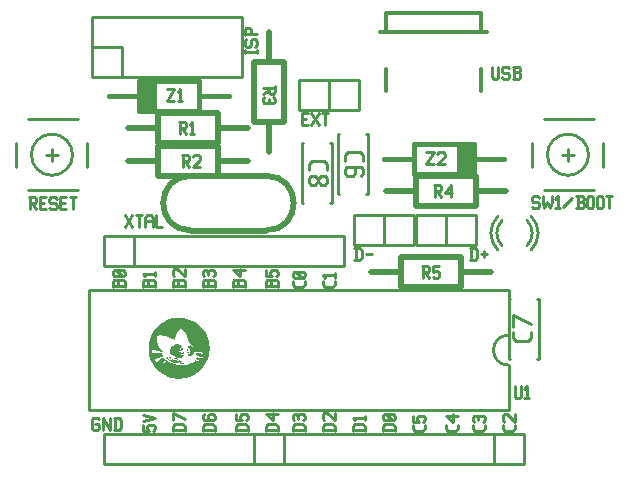
<source format=gbr>
G04 start of page 8 for group -4079 idx -4079 *
G04 Title: (unknown), topsilk *
G04 Creator: pcb 20110918 *
G04 CreationDate: mer. 09 avril 2014 15:18:50 GMT UTC *
G04 For: virtualabs *
G04 Format: Gerber/RS-274X *
G04 PCB-Dimensions: 600000 500000 *
G04 PCB-Coordinate-Origin: lower left *
%MOIN*%
%FSLAX25Y25*%
%LNTOPSILK*%
%ADD94C,0.0500*%
%ADD93C,0.0150*%
%ADD92C,0.0118*%
%ADD91C,0.0200*%
%ADD90C,0.0100*%
%ADD89C,0.0001*%
G54D89*G36*
X195067Y341582D02*X195351Y341458D01*
X195614Y341234D01*
X195842Y340924D01*
X196022Y340540D01*
X196095Y340212D01*
X196119Y339815D01*
X196092Y339394D01*
X196016Y338989D01*
X195898Y338659D01*
X195735Y338407D01*
X195517Y338220D01*
X195230Y338082D01*
X194945Y338015D01*
X194677Y338021D01*
X194429Y338102D01*
X194205Y338256D01*
X194051Y338413D01*
X193990Y338527D01*
X194021Y338606D01*
X194145Y338652D01*
X194364Y338730D01*
X194531Y338868D01*
X194658Y339081D01*
X194758Y339385D01*
X194826Y339824D01*
X194793Y340208D01*
X194667Y340516D01*
X194455Y340729D01*
X194450Y340740D01*
X194384Y340779D01*
X194280Y340817D01*
X194123Y340831D01*
X194032Y340795D01*
X193955Y340789D01*
X193946Y340870D01*
X193994Y340980D01*
X194086Y341106D01*
X194211Y341238D01*
X194357Y341365D01*
X194512Y341474D01*
X194664Y341556D01*
X194802Y341597D01*
X195067Y341582D01*
G37*
G36*
X194210Y340578D02*X194254Y340502D01*
X194210Y340453D01*
X194167Y340481D01*
X194157Y340529D01*
X194210Y340578D01*
G37*
G36*
X193992Y340367D02*X194123Y340257D01*
X194112Y339992D01*
X194039Y339814D01*
X193917Y339786D01*
X193809Y339838D01*
X193711Y339947D01*
X193646Y340079D01*
X193635Y340199D01*
X193705Y340278D01*
X193835Y340345D01*
X193992Y340367D01*
G37*
G36*
X194487Y340057D02*X194525Y339994D01*
X194552Y339775D01*
X194554Y339502D01*
X194455Y339265D01*
X194333Y339086D01*
X194216Y338972D01*
X194134Y338927D01*
X194082Y338920D01*
X194028Y338965D01*
X193944Y339075D01*
X193861Y339227D01*
X193847Y339368D01*
X193875Y339488D01*
X194009Y339346D01*
X194134Y339200D01*
X194254Y339277D01*
X194314Y339324D01*
X194354Y339397D01*
X194381Y339519D01*
X194405Y339710D01*
X194444Y339961D01*
X194487Y340057D01*
G37*
G36*
X193830Y350534D02*X194823Y350213D01*
X195760Y349801D01*
X196637Y349306D01*
X197453Y348732D01*
X198201Y348087D01*
X198880Y347376D01*
X199486Y346606D01*
X200014Y345783D01*
X200461Y344914D01*
X200824Y344004D01*
X201099Y343061D01*
X201283Y342089D01*
X201371Y341096D01*
X201361Y340088D01*
X201248Y339070D01*
X201030Y338050D01*
X200710Y337058D01*
X200300Y336120D01*
X199805Y335243D01*
X199232Y334427D01*
X198587Y333679D01*
X197878Y333000D01*
X197109Y332395D01*
X196286Y331866D01*
X195417Y331419D01*
X194508Y331056D01*
X193565Y330781D01*
X192594Y330597D01*
X191601Y330509D01*
X190593Y330519D01*
X189576Y330632D01*
X188557Y330850D01*
X187564Y331170D01*
X186628Y331581D01*
X185750Y332075D01*
X184934Y332649D01*
X184185Y333293D01*
X183505Y334003D01*
X182899Y334772D01*
X182370Y335594D01*
X181921Y336463D01*
X181557Y337372D01*
X181280Y338315D01*
X181096Y339286D01*
X182155Y339277D01*
X182184Y339127D01*
X182242Y339027D01*
X182258Y339004D01*
X182269Y338984D01*
X182525D01*
X182713Y339019D01*
X182921Y339047D01*
X183185Y339071D01*
X183539Y339097D01*
X183951Y339124D01*
X184216Y339146D01*
X184260Y339152D01*
X184787D01*
X185242Y339107D01*
X185452Y339061D01*
X185580Y338988D01*
X185635Y338884D01*
X185622Y338739D01*
X185628Y338546D01*
X185692Y338284D01*
X185759Y338024D01*
X185735Y337865D01*
X185719Y337860D01*
X185519Y337757D01*
X185508Y337763D01*
X185001Y337603D01*
X184284Y337359D01*
X183574Y337106D01*
X183089Y336915D01*
X182937Y336850D01*
X183040Y336731D01*
X183372Y336350D01*
X183632Y336102D01*
X183647Y336086D01*
X183691Y336042D01*
X183712Y336053D01*
X183745Y336042D01*
X183857Y336107D01*
X184005Y336249D01*
X184317Y336518D01*
X184837Y336918D01*
X185366Y337301D01*
X185709Y337518D01*
X185843Y337565D01*
X185956Y337555D01*
X186066Y337482D01*
X186191Y337339D01*
X186346Y337159D01*
X186484Y337003D01*
X186566Y336906D01*
X186572Y336889D01*
X186592Y336753D01*
X186587Y336736D01*
X186515Y336643D01*
X186382Y336531D01*
X186242Y336408D01*
X186180Y336335D01*
X186100Y336255D01*
X185920Y336096D01*
X185715Y335902D01*
X185655Y335853D01*
X185670Y335836D01*
X185659Y335825D01*
X185715Y335745D01*
X185872Y335635D01*
X186025Y335561D01*
X186133Y335550D01*
X186207Y335605D01*
X186257Y335728D01*
X186348Y335915D01*
X186519Y336198D01*
X186700Y336464D01*
X186816Y336602D01*
X186898Y336608D01*
X187005Y336553D01*
X187221Y336390D01*
X187467Y336243D01*
X187789Y336091D01*
X188232Y335913D01*
X188510Y335800D01*
X188750Y335700D01*
X188932Y335623D01*
X189040Y335581D01*
X189266Y335502D01*
X189544Y335408D01*
X189891Y335299D01*
X190326Y335174D01*
X190808Y335082D01*
X191752Y335006D01*
X193223Y335118D01*
X194812Y335527D01*
X194900Y335554D01*
X194980Y335586D01*
X195537Y335827D01*
X196013Y336109D01*
X196384Y336417D01*
X196630Y336736D01*
X196719Y336845D01*
X196816Y336847D01*
X196932Y336737D01*
X197080Y336509D01*
X197220Y336284D01*
X197325Y336161D01*
X197341Y336146D01*
X197373Y336156D01*
X197471Y336195D01*
X197580Y336267D01*
X197673Y336354D01*
X197726Y336439D01*
X197693Y336604D01*
X197450Y336813D01*
X197134Y337051D01*
X196994Y337203D01*
X196989Y337220D01*
X196991Y337322D01*
X197026Y337470D01*
X197075Y337649D01*
X197216Y337718D01*
X197515Y337638D01*
X197785Y337540D01*
X197948Y337470D01*
X198108Y337379D01*
X198246Y337293D01*
X198345Y337222D01*
X198392Y337177D01*
X198551Y337100D01*
X198562Y337095D01*
X198572Y337106D01*
X198708Y337154D01*
X198876Y337274D01*
X199050Y337437D01*
X199109Y337535D01*
X199020Y337570D01*
X198805Y337638D01*
X198784Y337649D01*
X198469Y337740D01*
X198139Y337828D01*
X197766Y337932D01*
X197454Y338025D01*
X197234Y338099D01*
X197140Y338142D01*
X197056Y338310D01*
X196955Y338584D01*
X196872Y338855D01*
X196847Y339010D01*
X197014Y339061D01*
X197407D01*
X197917Y339016D01*
X198442Y338929D01*
X198719Y338874D01*
X198919Y338843D01*
X199001Y338836D01*
X198995Y338870D01*
X199012D01*
X199004Y338986D01*
X198964Y339167D01*
X198904Y339390D01*
X198610Y339465D01*
X198326Y339502D01*
X197927Y339500D01*
X197464Y339463D01*
X196989Y339395D01*
X196950D01*
X196890Y339385D01*
X196858Y339374D01*
X196567Y339340D01*
X196393Y339399D01*
X196298Y339580D01*
X196240Y339915D01*
X196158Y340362D01*
X196039Y340784D01*
X195889Y341162D01*
X195714Y341474D01*
X195604Y341613D01*
X195443Y341789D01*
X195252Y341978D01*
X195051Y342157D01*
X194579Y342559D01*
X194541Y342803D01*
X194321Y343770D01*
X193905Y344767D01*
X193333Y345716D01*
X192642Y346540D01*
X192373Y346807D01*
X192180Y346987D01*
X192048Y347096D01*
X191959Y347147D01*
X191872Y347143D01*
X191617Y346976D01*
X191298Y346670D01*
X190957Y346269D01*
X190635Y345818D01*
X190321Y345235D01*
X190053Y344579D01*
X189878Y343978D01*
X189842Y343561D01*
X189817Y343477D01*
X189642Y343507D01*
X189560Y343524D01*
X189544Y343529D01*
X189355Y343627D01*
X189322Y343654D01*
X188982Y343857D01*
X188367Y344127D01*
X187620Y344406D01*
X186885Y344636D01*
X185948Y344852D01*
X185080Y344968D01*
X184404Y344976D01*
X184042Y344864D01*
X183967Y344717D01*
X183951Y344663D01*
X183945Y344647D01*
X183914Y344522D01*
X183908Y344495D01*
X183885Y344409D01*
X183832Y343932D01*
X183837Y343427D01*
X183900Y342805D01*
X184019Y342289D01*
X184219Y341788D01*
X184526Y341213D01*
X184866Y340666D01*
X185173Y340234D01*
X185441Y339924D01*
X185665Y339742D01*
X185771Y339644D01*
X185752Y339477D01*
X185719Y339352D01*
X185595Y339303D01*
X184640Y339568D01*
X184352Y339656D01*
X184287Y339672D01*
X183576Y339861D01*
X183598Y339872D01*
X183447Y339900D01*
X183408D01*
X183105Y339973D01*
X182870Y340021D01*
X182692Y340047D01*
X182557Y340052D01*
X182252Y340040D01*
X182183Y339786D01*
X182146Y339533D01*
X182155Y339277D01*
X181096Y339286D01*
X181007Y340279D01*
X181016Y341287D01*
X181128Y342304D01*
X181347Y343324D01*
X181667Y344317D01*
X182079Y345254D01*
X182575Y346133D01*
X183149Y346949D01*
X183795Y347698D01*
X184506Y348377D01*
X185276Y348984D01*
X186099Y349513D01*
X186969Y349961D01*
X187878Y350325D01*
X188822Y350601D01*
X189794Y350785D01*
X190786Y350874D01*
X191794Y350865D01*
X192811Y350752D01*
X193830Y350534D01*
G37*
G36*
X190798Y342038D02*X191450Y341763D01*
X192079Y341256D01*
X192110Y341229D01*
X192214Y341067D01*
X192134Y341008D01*
X191975Y340909D01*
X191773Y340761D01*
X191610Y340566D01*
X191477Y340308D01*
X191367Y339971D01*
X191313Y339443D01*
X191420Y338970D01*
X191667Y338602D01*
X192034Y338392D01*
X192094Y338375D01*
X192142Y338381D01*
X192448Y338474D01*
X192691Y338700D01*
X192736Y338812D01*
X192711Y338866D01*
X192636Y338855D01*
X192529Y338771D01*
X192257Y338626D01*
X191937Y338696D01*
X191825Y338813D01*
X191722Y339008D01*
X191656Y339219D01*
X191650Y339385D01*
X191719Y339438D01*
X191840Y339405D01*
X191961Y339308D01*
X192034Y339172D01*
X192131Y339002D01*
X192271Y338985D01*
X192417Y339109D01*
X192529Y339363D01*
X192586Y339521D01*
X192648Y339488D01*
X192711Y339430D01*
X192762Y339465D01*
X192820Y339447D01*
X192847Y339251D01*
X192839Y338972D01*
X192794Y338706D01*
X192678Y338408D01*
X192501Y338100D01*
X192288Y337823D01*
X192062Y337615D01*
X191803Y337488D01*
X191487Y337388D01*
X191027Y337346D01*
X190566Y337436D01*
X190039Y337678D01*
X189382Y338093D01*
X189177Y338224D01*
X188971Y338347D01*
X188786Y338448D01*
X188650Y338511D01*
X188400Y338620D01*
X188297Y339124D01*
X188221Y339591D01*
X188201Y339935D01*
X188236Y340235D01*
X188329Y340567D01*
X188412Y340798D01*
X188500Y340979D01*
X188603Y341134D01*
X188735Y341289D01*
X189016Y341540D01*
X189339Y341755D01*
X189685Y341925D01*
X190033Y342038D01*
X190411Y342084D01*
X190798Y342038D01*
G37*
G36*
X192267Y340843D02*X192396Y340754D01*
X192464Y340502D01*
X192476Y340260D01*
X192428Y340063D01*
X192313Y339898D01*
X192127Y339753D01*
X191965Y339665D01*
X191852Y339649D01*
X191763Y339706D01*
X191672Y339840D01*
X191617Y340000D01*
X191616Y340177D01*
X191659Y340358D01*
X191739Y340529D01*
X191848Y340677D01*
X191978Y340788D01*
X192121Y340848D01*
X192267Y340843D01*
G37*
G36*
X192262Y336118D02*X192387Y336027D01*
X192458Y335950D01*
X192355Y335913D01*
X192204Y335900D01*
X192197Y336021D01*
X192262Y336118D01*
G37*
G36*
X189501Y337459D02*X189885Y337356D01*
X190325Y337228D01*
X190642Y337118D01*
X190904Y336999D01*
X191183Y336840D01*
X191389Y336713D01*
X191589Y336586D01*
X191759Y336474D01*
X191877Y336389D01*
X192062Y336249D01*
X192073Y336221D01*
X191991Y335993D01*
X191905Y335745D01*
X192029Y335700D01*
X192079Y335679D01*
X192218Y335654D01*
X192322Y335689D01*
X192439Y335747D01*
X192589Y335804D01*
X192768Y335831D01*
X192973Y335739D01*
X193056Y335691D01*
X193111Y335656D01*
X193130Y335631D01*
X193105Y335611D01*
X193027Y335594D01*
X192887Y335576D01*
X192676Y335555D01*
X192387Y335527D01*
X191861Y335499D01*
X191541Y335533D01*
X191395Y335638D01*
X191394Y335825D01*
X191374Y335999D01*
X191279Y336246D01*
X191141Y336497D01*
X190992Y336682D01*
X190858Y336796D01*
X190835Y336818D01*
X190792Y336829D01*
X190386Y337006D01*
X189951Y337057D01*
X189609Y337035D01*
X189382Y337220D01*
X189193Y337355D01*
X189062Y337425D01*
X189017Y337513D01*
X189152Y337531D01*
X189501Y337459D01*
G37*
G36*
X188357Y337729D02*X188505Y337671D01*
X188579Y337588D01*
X188583Y337473D01*
X188525Y337317D01*
X188428Y337178D01*
X188323Y337128D01*
X188197Y337225D01*
X188038Y337436D01*
X187914Y337654D01*
X187895Y337772D01*
X188019Y337780D01*
X188237Y337746D01*
X188357Y337729D01*
G37*
G36*
X187466Y337664D02*X187556Y337614D01*
X187578Y337527D01*
X187523Y337410D01*
X187385Y337274D01*
X187237Y337170D01*
X187131Y337136D01*
X187050Y337172D01*
X186979Y337279D01*
X186930Y337399D01*
X186935Y337487D01*
X187003Y337558D01*
X187141Y337621D01*
X187326Y337667D01*
X187466Y337664D01*
G37*
G36*
X190342Y336764D02*X190624Y336651D01*
X190848Y336484D01*
X191008Y336267D01*
X191101Y336004D01*
X191130Y335791D01*
X191092Y335667D01*
X190966Y335609D01*
X190733Y335597D01*
X190220Y335672D01*
X189562Y335862D01*
X188828Y336144D01*
X188090Y336493D01*
X187721Y336700D01*
X187546Y336843D01*
X187544Y336951D01*
X187694Y337052D01*
X187939Y337063D01*
X188160Y336867D01*
X188266Y336774D01*
X188395Y336755D01*
X188534Y336806D01*
X188806Y337048D01*
X188904Y337084D01*
X189058Y337012D01*
X189267Y336883D01*
X189478Y336730D01*
X189642Y336585D01*
X189795Y336452D01*
X189919Y336379D01*
X190033Y336346D01*
X189951Y336531D01*
X189910Y336695D01*
X189959Y336788D01*
X190102Y336811D01*
X190342Y336764D01*
G37*
G54D90*X253500Y372000D02*X255500D01*
X179000Y315200D02*Y313200D01*
X181000D01*
X180500Y313700D01*
Y314700D02*Y313700D01*
Y314700D02*X181000Y315200D01*
X182500D01*
X183000Y314700D02*X182500Y315200D01*
X183000Y314700D02*Y313700D01*
X182500Y313200D02*X183000Y313700D01*
X179000Y316400D02*X183000Y317400D01*
X179000Y318400D01*
X164000Y317400D02*X164500Y316900D01*
X162500Y317400D02*X164000D01*
X162000Y316900D02*X162500Y317400D01*
X162000Y316900D02*Y313900D01*
X162500Y313400D01*
X164000D01*
X164500Y313900D01*
Y314900D02*Y313900D01*
X164000Y315400D02*X164500Y314900D01*
X163000Y315400D02*X164000D01*
X165700Y317400D02*Y313400D01*
Y317400D02*X168200Y313400D01*
Y317400D02*Y313400D01*
X169900Y317400D02*Y313400D01*
X171200Y317400D02*X171900Y316700D01*
Y314100D01*
X171200Y313400D02*X171900Y314100D01*
X169400Y313400D02*X171200D01*
X169400Y317400D02*X171200D01*
X232000Y409000D02*X232500D01*
X232000D02*Y389000D01*
X232500D01*
X241500D02*X242000D01*
Y409000D02*Y389000D01*
X241500Y409000D02*X242000D01*
X253500Y392000D02*X254000D01*
Y412000D02*Y392000D01*
X253500Y412000D02*X254000D01*
X244000D02*X244500D01*
X244000D02*Y392000D01*
X244500D01*
X301000Y357000D02*X301500D01*
X301000D02*Y337000D01*
X301500D01*
X310500D02*X311000D01*
Y357000D02*Y337000D01*
X310500Y357000D02*X311000D01*
G54D91*X265000Y361000D02*X285000D01*
X265000Y371000D02*Y361000D01*
Y371000D02*X285000D01*
Y361000D01*
Y366000D02*X295000D01*
X255000D02*X265000D01*
G54D90*X318827Y405142D02*X322764D01*
X320795Y407110D02*Y403173D01*
X308984Y409079D02*Y401205D01*
X312921Y393331D02*X329654D01*
X312921Y416953D02*X329654D01*
X332606Y409079D02*Y401205D01*
X313906Y405142D02*G75*G03X320796Y398252I6890J0D01*G01*
X320795Y412031D02*G75*G03X313906Y405142I0J-6889D01*G01*
X327685D02*G75*G03X320796Y412031I-6889J0D01*G01*
X320795Y398252D02*G75*G03X327685Y405142I0J6890D01*G01*
G54D91*X270000Y398000D02*X290000D01*
Y388000D01*
X270000D01*
Y398000D01*
X260000Y393000D02*X270000D01*
X290000D02*X300000D01*
G54D90*X298828Y383172D02*G75*G03X298828Y374828I4172J-4172D01*G01*
X307172Y374828D02*G75*G03X307172Y383172I-4172J4172D01*G01*
X297414Y384586D02*G75*G03X297414Y373414I5586J-5586D01*G01*
X308586Y373414D02*G75*G03X308586Y384586I-5586J5586D01*G01*
X270000Y375000D02*X290000D01*
Y385000D02*Y375000D01*
X270000Y385000D02*X290000D01*
X270000D02*Y375000D01*
X280000Y385000D02*Y375000D01*
X270000Y385000D02*X280000D01*
G54D92*X260055Y452252D02*X291945D01*
X260055D02*Y446346D01*
Y433551D02*Y426268D01*
X291945Y452252D02*Y446346D01*
Y433551D02*Y426268D01*
X258283Y446150D02*X293717D01*
G54D90*X249500Y375000D02*X269500D01*
Y385000D02*Y375000D01*
X249500Y385000D02*X269500D01*
X249500D02*Y375000D01*
X259500Y385000D02*Y375000D01*
X249500Y385000D02*X259500D01*
G54D93*X269515Y408750D02*Y398750D01*
X289515D01*
Y408750D01*
X269515D02*X289515D01*
G54D94*X287015Y406250D02*Y401250D01*
G54D93*X284515Y408750D02*Y398750D01*
X259515Y403750D02*X269515D01*
X289515D02*X299515D01*
G54D90*X161000Y360000D02*X301000D01*
X161000D02*Y320000D01*
X301000D01*
Y360000D02*Y345000D01*
Y335000D02*Y320000D01*
Y345000D02*G75*G03X301000Y335000I0J-5000D01*G01*
X226000Y312000D02*X306000D01*
X226000D02*Y302000D01*
X306000D01*
Y312000D02*Y302000D01*
X296000Y312000D02*Y302000D01*
X306000D01*
X166000Y312000D02*X226000D01*
X166000D02*Y302000D01*
X226000D01*
Y312000D02*Y302000D01*
X216000Y312000D02*Y302000D01*
X226000D01*
X166000Y368000D02*X246000D01*
Y378000D02*Y368000D01*
X166000Y378000D02*X246000D01*
X166000D02*Y368000D01*
X176000Y378000D02*Y368000D01*
X166000Y378000D02*X176000D01*
X146827Y405142D02*X150764D01*
X148795Y407110D02*Y403173D01*
X136984Y409079D02*Y401205D01*
X140921Y393331D02*X157654D01*
X140921Y416953D02*X157654D01*
X160606Y409079D02*Y401205D01*
X141906Y405142D02*G75*G03X148796Y398252I6890J0D01*G01*
X148795Y412031D02*G75*G03X141906Y405142I0J-6889D01*G01*
X155685D02*G75*G03X148796Y412031I-6889J0D01*G01*
X148795Y398252D02*G75*G03X155685Y405142I0J6890D01*G01*
X162000Y431000D02*X212000D01*
Y451000D02*Y431000D01*
X162000Y451000D02*X212000D01*
X162000D02*Y431000D01*
X172000Y441000D02*Y431000D01*
X162000Y441000D02*X172000D01*
X231000Y420000D02*X251000D01*
Y430000D02*Y420000D01*
X231000Y430000D02*X251000D01*
X231000D02*Y420000D01*
X241000Y430000D02*Y420000D01*
X231000Y430000D02*X241000D01*
G54D91*X195000Y398100D02*X220300D01*
X195000Y379800D02*X220300D01*
Y379900D02*G75*G03X220300Y398100I0J9100D01*G01*
X195000D02*G75*G03X195000Y379900I0J-9100D01*G01*
X226000Y436000D02*Y416000D01*
X216000D02*X226000D01*
X216000Y436000D02*Y416000D01*
Y436000D02*X226000D01*
X221000Y446000D02*Y436000D01*
Y416000D02*Y406000D01*
X184000Y419000D02*X204000D01*
Y409000D01*
X184000D02*X204000D01*
X184000Y419000D02*Y409000D01*
X174000Y414000D02*X184000D01*
X204000D02*X214000D01*
X184000Y408000D02*X204000D01*
Y398000D01*
X184000D02*X204000D01*
X184000Y408000D02*Y398000D01*
X174000Y403000D02*X184000D01*
X204000D02*X214000D01*
G54D93*X197985Y429750D02*Y419750D01*
X177985Y429750D02*X197985D01*
X177985D02*Y419750D01*
X197985D01*
G54D94*X180485Y427250D02*Y422250D01*
G54D93*X182985Y429750D02*Y419750D01*
X197985Y424750D02*X207985D01*
X167985D02*X177985D01*
G54D90*X189000Y313500D02*X193000D01*
X189000Y314800D02*X189700Y315500D01*
X192300D01*
X193000Y314800D02*X192300Y315500D01*
X193000Y314800D02*Y313000D01*
X189000Y314800D02*Y313000D01*
X193000Y317200D02*X189000Y319200D01*
Y316700D01*
X199000Y313500D02*X203000D01*
X199000Y314800D02*X199700Y315500D01*
X202300D01*
X203000Y314800D02*X202300Y315500D01*
X203000Y314800D02*Y313000D01*
X199000Y314800D02*Y313000D01*
Y318200D02*X199500Y318700D01*
X199000Y318200D02*Y317200D01*
X199500Y316700D02*X199000Y317200D01*
X199500Y316700D02*X202500D01*
X203000Y317200D01*
X200800Y318200D02*X201300Y318700D01*
X200800Y318200D02*Y316700D01*
X203000Y318200D02*Y317200D01*
Y318200D02*X202500Y318700D01*
X201300D02*X202500D01*
X210000Y313500D02*X214000D01*
X210000Y314800D02*X210700Y315500D01*
X213300D01*
X214000Y314800D02*X213300Y315500D01*
X214000Y314800D02*Y313000D01*
X210000Y314800D02*Y313000D01*
Y318700D02*Y316700D01*
X212000D01*
X211500Y317200D01*
Y318200D02*Y317200D01*
Y318200D02*X212000Y318700D01*
X213500D01*
X214000Y318200D02*X213500Y318700D01*
X214000Y318200D02*Y317200D01*
X213500Y316700D02*X214000Y317200D01*
X220000Y313500D02*X224000D01*
X220000Y314800D02*X220700Y315500D01*
X223300D01*
X224000Y314800D02*X223300Y315500D01*
X224000Y314800D02*Y313000D01*
X220000Y314800D02*Y313000D01*
X222500Y316700D02*X220000Y318700D01*
X222500Y319200D02*Y316700D01*
X220000Y318700D02*X224000D01*
X229000Y313500D02*X233000D01*
X229000Y314800D02*X229700Y315500D01*
X232300D01*
X233000Y314800D02*X232300Y315500D01*
X233000Y314800D02*Y313000D01*
X229000Y314800D02*Y313000D01*
X229500Y316700D02*X229000Y317200D01*
Y318200D02*Y317200D01*
Y318200D02*X229500Y318700D01*
X233000Y318200D02*X232500Y318700D01*
X233000Y318200D02*Y317200D01*
X232500Y316700D02*X233000Y317200D01*
X230800Y318200D02*Y317200D01*
X229500Y318700D02*X230300D01*
X231300D02*X232500D01*
X231300D02*X230800Y318200D01*
X230300Y318700D02*X230800Y318200D01*
X239000Y313500D02*X243000D01*
X239000Y314800D02*X239700Y315500D01*
X242300D01*
X243000Y314800D02*X242300Y315500D01*
X243000Y314800D02*Y313000D01*
X239000Y314800D02*Y313000D01*
X239500Y316700D02*X239000Y317200D01*
Y318700D02*Y317200D01*
Y318700D02*X239500Y319200D01*
X240500D01*
X243000Y316700D02*X240500Y319200D01*
X243000D02*Y316700D01*
X234500Y401950D02*Y400000D01*
X235550Y403000D02*X234500Y401950D01*
X235550Y403000D02*X239450D01*
X240500Y401950D01*
Y400000D01*
X235250Y398200D02*X234500Y397450D01*
X235250Y398200D02*X236450D01*
X237500Y397150D01*
Y396250D01*
X236450Y395200D01*
X235250D02*X236450D01*
X234500Y395950D02*X235250Y395200D01*
X234500Y397450D02*Y395950D01*
X238550Y398200D02*X237500Y397150D01*
X238550Y398200D02*X239750D01*
X240500Y397450D01*
Y395950D01*
X239750Y395200D01*
X238550D02*X239750D01*
X237500Y396250D02*X238550Y395200D01*
X246500Y404950D02*Y403000D01*
X247550Y406000D02*X246500Y404950D01*
X247550Y406000D02*X251450D01*
X252500Y404950D01*
Y403000D01*
Y398950D02*X251750Y398200D01*
X252500Y400450D02*Y398950D01*
X251750Y401200D02*X252500Y400450D01*
X247250Y401200D02*X251750D01*
X247250D02*X246500Y400450D01*
X249800Y398950D02*X249050Y398200D01*
X249800Y401200D02*Y398950D01*
X246500Y400450D02*Y398950D01*
X247250Y398200D01*
X249050D01*
X276000Y395000D02*X278000D01*
X278500Y394500D01*
Y393500D01*
X278000Y393000D02*X278500Y393500D01*
X276500Y393000D02*X278000D01*
X276500Y395000D02*Y391000D01*
X277300Y393000D02*X278500Y391000D01*
X279700Y392500D02*X281700Y395000D01*
X279700Y392500D02*X282200D01*
X281700Y395000D02*Y391000D01*
X310700Y391300D02*X311200Y390800D01*
X309200Y391300D02*X310700D01*
X308700Y390800D02*X309200Y391300D01*
X308700Y390800D02*Y389800D01*
X309200Y389300D01*
X310700D01*
X311200Y388800D01*
Y387800D01*
X310700Y387300D02*X311200Y387800D01*
X309200Y387300D02*X310700D01*
X308700Y387800D02*X309200Y387300D01*
X312400Y391300D02*Y389300D01*
X312900Y387300D01*
X313900Y389300D01*
X314900Y387300D01*
X315400Y389300D01*
Y391300D02*Y389300D01*
X316600Y390500D02*X317400Y391300D01*
Y387300D01*
X316600D02*X318100D01*
X319300Y387800D02*X322300Y390800D01*
X323500Y387300D02*X325500D01*
X326000Y387800D01*
Y389000D02*Y387800D01*
X325500Y389500D02*X326000Y389000D01*
X324000Y389500D02*X325500D01*
X324000Y391300D02*Y387300D01*
X323500Y391300D02*X325500D01*
X326000Y390800D01*
Y390000D01*
X325500Y389500D02*X326000Y390000D01*
X327200Y390800D02*Y387800D01*
Y390800D02*X327700Y391300D01*
X328700D01*
X329200Y390800D01*
Y387800D01*
X328700Y387300D02*X329200Y387800D01*
X327700Y387300D02*X328700D01*
X327200Y387800D02*X327700Y387300D01*
X330400Y390800D02*Y387800D01*
Y390800D02*X330900Y391300D01*
X331900D01*
X332400Y390800D01*
Y387800D01*
X331900Y387300D02*X332400Y387800D01*
X330900Y387300D02*X331900D01*
X330400Y387800D02*X330900Y387300D01*
X333600Y391300D02*X335600D01*
X334600D02*Y387300D01*
X288500Y374000D02*Y370000D01*
X289800Y374000D02*X290500Y373300D01*
Y370700D01*
X289800Y370000D02*X290500Y370700D01*
X288000Y370000D02*X289800D01*
X288000Y374000D02*X289800D01*
X291700Y372000D02*X293700D01*
X292700Y373000D02*Y371000D01*
X295500Y434500D02*Y431000D01*
X296000Y430500D01*
X297000D01*
X297500Y431000D01*
Y434500D02*Y431000D01*
X300700Y434500D02*X301200Y434000D01*
X299200Y434500D02*X300700D01*
X298700Y434000D02*X299200Y434500D01*
X298700Y434000D02*Y433000D01*
X299200Y432500D01*
X300700D01*
X301200Y432000D01*
Y431000D01*
X300700Y430500D02*X301200Y431000D01*
X299200Y430500D02*X300700D01*
X298700Y431000D02*X299200Y430500D01*
X302400D02*X304400D01*
X304900Y431000D01*
Y432200D02*Y431000D01*
X304400Y432700D02*X304900Y432200D01*
X302900Y432700D02*X304400D01*
X302900Y434500D02*Y430500D01*
X302400Y434500D02*X304400D01*
X304900Y434000D01*
Y433200D01*
X304400Y432700D02*X304900Y433200D01*
X250000Y374000D02*Y370000D01*
X251300Y374000D02*X252000Y373300D01*
Y370700D01*
X251300Y370000D02*X252000Y370700D01*
X249500Y370000D02*X251300D01*
X249500Y374000D02*X251300D01*
X273500Y406000D02*X276000D01*
X273500Y402000D02*X276000Y406000D01*
X273500Y402000D02*X276000D01*
X277200Y405500D02*X277700Y406000D01*
X279200D01*
X279700Y405500D01*
Y404500D01*
X277200Y402000D02*X279700Y404500D01*
X277200Y402000D02*X279700D01*
X224000Y363000D02*Y361000D01*
Y363000D02*X223500Y363500D01*
X222300D02*X223500D01*
X221800Y363000D02*X222300Y363500D01*
X221800Y363000D02*Y361500D01*
X220000D02*X224000D01*
X220000Y363000D02*Y361000D01*
Y363000D02*X220500Y363500D01*
X221300D01*
X221800Y363000D02*X221300Y363500D01*
X220000Y366700D02*Y364700D01*
X222000D01*
X221500Y365200D01*
Y366200D02*Y365200D01*
Y366200D02*X222000Y366700D01*
X223500D01*
X224000Y366200D02*X223500Y366700D01*
X224000Y366200D02*Y365200D01*
X223500Y364700D02*X224000Y365200D01*
X213000Y363000D02*Y361000D01*
Y363000D02*X212500Y363500D01*
X211300D02*X212500D01*
X210800Y363000D02*X211300Y363500D01*
X210800Y363000D02*Y361500D01*
X209000D02*X213000D01*
X209000Y363000D02*Y361000D01*
Y363000D02*X209500Y363500D01*
X210300D01*
X210800Y363000D02*X210300Y363500D01*
X211500Y364700D02*X209000Y366700D01*
X211500Y367200D02*Y364700D01*
X209000Y366700D02*X213000D01*
X203000Y363000D02*Y361000D01*
Y363000D02*X202500Y363500D01*
X201300D02*X202500D01*
X200800Y363000D02*X201300Y363500D01*
X200800Y363000D02*Y361500D01*
X199000D02*X203000D01*
X199000Y363000D02*Y361000D01*
Y363000D02*X199500Y363500D01*
X200300D01*
X200800Y363000D02*X200300Y363500D01*
X199500Y364700D02*X199000Y365200D01*
Y366200D02*Y365200D01*
Y366200D02*X199500Y366700D01*
X203000Y366200D02*X202500Y366700D01*
X203000Y366200D02*Y365200D01*
X202500Y364700D02*X203000Y365200D01*
X200800Y366200D02*Y365200D01*
X199500Y366700D02*X200300D01*
X201300D02*X202500D01*
X201300D02*X200800Y366200D01*
X200300Y366700D02*X200800Y366200D01*
X233000Y363000D02*Y361700D01*
X232300Y361000D02*X233000Y361700D01*
X229700Y361000D02*X232300D01*
X229700D02*X229000Y361700D01*
Y363000D02*Y361700D01*
X232500Y364200D02*X233000Y364700D01*
X229500Y364200D02*X232500D01*
X229500D02*X229000Y364700D01*
Y365700D02*Y364700D01*
Y365700D02*X229500Y366200D01*
X232500D01*
X233000Y365700D02*X232500Y366200D01*
X233000Y365700D02*Y364700D01*
X232000Y364200D02*X230000Y366200D01*
X243000Y363000D02*Y361700D01*
X242300Y361000D02*X243000Y361700D01*
X239700Y361000D02*X242300D01*
X239700D02*X239000Y361700D01*
Y363000D02*Y361700D01*
X239800Y364200D02*X239000Y365000D01*
X243000D01*
Y365700D02*Y364200D01*
X193000Y363000D02*Y361000D01*
Y363000D02*X192500Y363500D01*
X191300D02*X192500D01*
X190800Y363000D02*X191300Y363500D01*
X190800Y363000D02*Y361500D01*
X189000D02*X193000D01*
X189000Y363000D02*Y361000D01*
Y363000D02*X189500Y363500D01*
X190300D01*
X190800Y363000D02*X190300Y363500D01*
X189500Y364700D02*X189000Y365200D01*
Y366700D02*Y365200D01*
Y366700D02*X189500Y367200D01*
X190500D01*
X193000Y364700D02*X190500Y367200D01*
X193000D02*Y364700D01*
X183000Y363000D02*Y361000D01*
Y363000D02*X182500Y363500D01*
X181300D02*X182500D01*
X180800Y363000D02*X181300Y363500D01*
X180800Y363000D02*Y361500D01*
X179000D02*X183000D01*
X179000Y363000D02*Y361000D01*
Y363000D02*X179500Y363500D01*
X180300D01*
X180800Y363000D02*X180300Y363500D01*
X179800Y364700D02*X179000Y365500D01*
X183000D01*
Y366200D02*Y364700D01*
X173000Y363000D02*Y361000D01*
Y363000D02*X172500Y363500D01*
X171300D02*X172500D01*
X170800Y363000D02*X171300Y363500D01*
X170800Y363000D02*Y361500D01*
X169000D02*X173000D01*
X169000Y363000D02*Y361000D01*
Y363000D02*X169500Y363500D01*
X170300D01*
X170800Y363000D02*X170300Y363500D01*
X172500Y364700D02*X173000Y365200D01*
X169500Y364700D02*X172500D01*
X169500D02*X169000Y365200D01*
Y366200D02*Y365200D01*
Y366200D02*X169500Y366700D01*
X172500D01*
X173000Y366200D02*X172500Y366700D01*
X173000Y366200D02*Y365200D01*
X172000Y364700D02*X170000Y366700D01*
X141000Y391000D02*X143000D01*
X143500Y390500D01*
Y389500D01*
X143000Y389000D02*X143500Y389500D01*
X141500Y389000D02*X143000D01*
X141500Y391000D02*Y387000D01*
X142300Y389000D02*X143500Y387000D01*
X144700Y389200D02*X146200D01*
X144700Y387000D02*X146700D01*
X144700Y391000D02*Y387000D01*
Y391000D02*X146700D01*
X149900D02*X150400Y390500D01*
X148400Y391000D02*X149900D01*
X147900Y390500D02*X148400Y391000D01*
X147900Y390500D02*Y389500D01*
X148400Y389000D01*
X149900D01*
X150400Y388500D01*
Y387500D01*
X149900Y387000D02*X150400Y387500D01*
X148400Y387000D02*X149900D01*
X147900Y387500D02*X148400Y387000D01*
X151600Y389200D02*X153100D01*
X151600Y387000D02*X153600D01*
X151600Y391000D02*Y387000D01*
Y391000D02*X153600D01*
X154800D02*X156800D01*
X155800D02*Y387000D01*
X173000Y381000D02*X175500Y385000D01*
X173000D02*X175500Y381000D01*
X176700Y385000D02*X178700D01*
X177700D02*Y381000D01*
X179900Y384000D02*Y381000D01*
Y384000D02*X180600Y385000D01*
X181700D01*
X182400Y384000D01*
Y381000D01*
X179900Y383000D02*X182400D01*
X183600Y385000D02*Y381000D01*
X185600D01*
X213000Y440000D02*Y439000D01*
Y439500D02*X217000D01*
Y440000D02*Y439000D01*
X213000Y443200D02*X213500Y443700D01*
X213000Y443200D02*Y441700D01*
X213500Y441200D02*X213000Y441700D01*
X213500Y441200D02*X214500D01*
X215000Y441700D01*
Y443200D02*Y441700D01*
Y443200D02*X215500Y443700D01*
X216500D01*
X217000Y443200D02*X216500Y443700D01*
X217000Y443200D02*Y441700D01*
X216500Y441200D02*X217000Y441700D01*
X213000Y445400D02*X217000D01*
X213000Y446900D02*Y444900D01*
Y446900D02*X213500Y447400D01*
X214500D01*
X215000Y446900D02*X214500Y447400D01*
X215000Y446900D02*Y445400D01*
X223000Y428000D02*Y426000D01*
X222500Y425500D01*
X221500D02*X222500D01*
X221000Y426000D02*X221500Y425500D01*
X221000Y427500D02*Y426000D01*
X219000Y427500D02*X223000D01*
X221000Y426700D02*X219000Y425500D01*
X222500Y424300D02*X223000Y423800D01*
Y422800D01*
X222500Y422300D01*
X219000Y422800D02*X219500Y422300D01*
X219000Y423800D02*Y422800D01*
X219500Y424300D02*X219000Y423800D01*
X221200D02*Y422800D01*
X221700Y422300D02*X222500D01*
X219500D02*X220700D01*
X221200Y422800D01*
X221700Y422300D02*X221200Y422800D01*
X232000Y417200D02*X233500D01*
X232000Y415000D02*X234000D01*
X232000Y419000D02*Y415000D01*
Y419000D02*X234000D01*
X235200Y415000D02*X237700Y419000D01*
X235200D02*X237700Y415000D01*
X238900Y419000D02*X240900D01*
X239900D02*Y415000D01*
X191000Y416000D02*X193000D01*
X193500Y415500D01*
Y414500D01*
X193000Y414000D02*X193500Y414500D01*
X191500Y414000D02*X193000D01*
X191500Y416000D02*Y412000D01*
X192300Y414000D02*X193500Y412000D01*
X194700Y415200D02*X195500Y416000D01*
Y412000D01*
X194700D02*X196200D01*
X192000Y405000D02*X194000D01*
X194500Y404500D01*
Y403500D01*
X194000Y403000D02*X194500Y403500D01*
X192500Y403000D02*X194000D01*
X192500Y405000D02*Y401000D01*
X193300Y403000D02*X194500Y401000D01*
X195700Y404500D02*X196200Y405000D01*
X197700D01*
X198200Y404500D01*
Y403500D01*
X195700Y401000D02*X198200Y403500D01*
X195700Y401000D02*X198200D01*
X187000Y427000D02*X189500D01*
X187000Y423000D02*X189500Y427000D01*
X187000Y423000D02*X189500D01*
X190700Y426200D02*X191500Y427000D01*
Y423000D01*
X190700D02*X192200D01*
X308500Y346000D02*Y344050D01*
X307450Y343000D02*X308500Y344050D01*
X303550Y343000D02*X307450D01*
X303550D02*X302500Y344050D01*
Y346000D02*Y344050D01*
X308500Y348550D02*X302500Y351550D01*
Y347800D01*
X303000Y328000D02*Y324500D01*
X303500Y324000D01*
X304500D01*
X305000Y324500D01*
Y328000D02*Y324500D01*
X306200Y327200D02*X307000Y328000D01*
Y324000D01*
X306200D02*X307700D01*
X293000Y315000D02*Y313700D01*
X292300Y313000D02*X293000Y313700D01*
X289700Y313000D02*X292300D01*
X289700D02*X289000Y313700D01*
Y315000D02*Y313700D01*
X289500Y316200D02*X289000Y316700D01*
Y317700D02*Y316700D01*
Y317700D02*X289500Y318200D01*
X293000Y317700D02*X292500Y318200D01*
X293000Y317700D02*Y316700D01*
X292500Y316200D02*X293000Y316700D01*
X290800Y317700D02*Y316700D01*
X289500Y318200D02*X290300D01*
X291300D02*X292500D01*
X291300D02*X290800Y317700D01*
X290300Y318200D02*X290800Y317700D01*
X303000Y315000D02*Y313700D01*
X302300Y313000D02*X303000Y313700D01*
X299700Y313000D02*X302300D01*
X299700D02*X299000Y313700D01*
Y315000D02*Y313700D01*
X299500Y316200D02*X299000Y316700D01*
Y318200D02*Y316700D01*
Y318200D02*X299500Y318700D01*
X300500D01*
X303000Y316200D02*X300500Y318700D01*
X303000D02*Y316200D01*
X259000Y313500D02*X263000D01*
X259000Y314800D02*X259700Y315500D01*
X262300D01*
X263000Y314800D02*X262300Y315500D01*
X263000Y314800D02*Y313000D01*
X259000Y314800D02*Y313000D01*
X262500Y316700D02*X263000Y317200D01*
X259500Y316700D02*X262500D01*
X259500D02*X259000Y317200D01*
Y318200D02*Y317200D01*
Y318200D02*X259500Y318700D01*
X262500D01*
X263000Y318200D02*X262500Y318700D01*
X263000Y318200D02*Y317200D01*
X262000Y316700D02*X260000Y318700D01*
X249000Y313500D02*X253000D01*
X249000Y314800D02*X249700Y315500D01*
X252300D01*
X253000Y314800D02*X252300Y315500D01*
X253000Y314800D02*Y313000D01*
X249000Y314800D02*Y313000D01*
X249800Y316700D02*X249000Y317500D01*
X253000D01*
Y318200D02*Y316700D01*
X273000Y315000D02*Y313700D01*
X272300Y313000D02*X273000Y313700D01*
X269700Y313000D02*X272300D01*
X269700D02*X269000Y313700D01*
Y315000D02*Y313700D01*
Y318200D02*Y316200D01*
X271000D01*
X270500Y316700D01*
Y317700D02*Y316700D01*
Y317700D02*X271000Y318200D01*
X272500D01*
X273000Y317700D02*X272500Y318200D01*
X273000Y317700D02*Y316700D01*
X272500Y316200D02*X273000Y316700D01*
X272000Y368000D02*X274000D01*
X274500Y367500D01*
Y366500D01*
X274000Y366000D02*X274500Y366500D01*
X272500Y366000D02*X274000D01*
X272500Y368000D02*Y364000D01*
X273300Y366000D02*X274500Y364000D01*
X275700Y368000D02*X277700D01*
X275700D02*Y366000D01*
X276200Y366500D01*
X277200D01*
X277700Y366000D01*
Y364500D01*
X277200Y364000D02*X277700Y364500D01*
X276200Y364000D02*X277200D01*
X275700Y364500D02*X276200Y364000D01*
X284000Y315000D02*Y313700D01*
X283300Y313000D02*X284000Y313700D01*
X280700Y313000D02*X283300D01*
X280700D02*X280000Y313700D01*
Y315000D02*Y313700D01*
X282500Y316200D02*X280000Y318200D01*
X282500Y318700D02*Y316200D01*
X280000Y318200D02*X284000D01*
M02*

</source>
